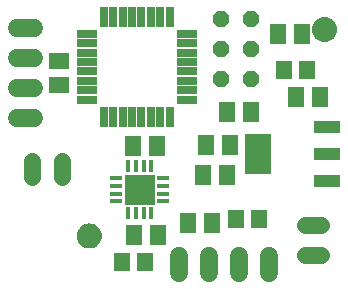
<source format=gts>
G04 EAGLE Gerber RS-274X export*
G75*
%MOMM*%
%FSLAX34Y34*%
%LPD*%
%INSoldermask Top*%
%IPPOS*%
%AMOC8*
5,1,8,0,0,1.08239X$1,22.5*%
G01*
%ADD10R,0.406400X1.066800*%
%ADD11R,1.066800X0.406400*%
%ADD12R,2.540000X2.540000*%
%ADD13R,1.701600X0.651600*%
%ADD14R,0.651600X1.701600*%
%ADD15R,1.401600X1.701600*%
%ADD16R,1.701600X1.401600*%
%ADD17C,1.422400*%
%ADD18C,1.524000*%
%ADD19R,1.401600X1.601600*%
%ADD20P,1.525737X8X292.500000*%
%ADD21R,2.251600X1.051600*%
%ADD22R,2.251600X3.351600*%

G36*
X290336Y219136D02*
X290336Y219136D01*
X290379Y219148D01*
X290445Y219155D01*
X292128Y219606D01*
X292169Y219625D01*
X292232Y219644D01*
X293812Y220381D01*
X293849Y220407D01*
X293908Y220436D01*
X295336Y221436D01*
X295367Y221468D01*
X295420Y221507D01*
X296653Y222740D01*
X296678Y222776D01*
X296724Y222824D01*
X297724Y224252D01*
X297742Y224293D01*
X297779Y224348D01*
X298516Y225928D01*
X298527Y225971D01*
X298554Y226032D01*
X299005Y227715D01*
X299007Y227747D01*
X299014Y227768D01*
X299014Y227783D01*
X299024Y227824D01*
X299176Y229561D01*
X299172Y229605D01*
X299176Y229671D01*
X299024Y231408D01*
X299012Y231451D01*
X299005Y231517D01*
X298554Y233200D01*
X298535Y233241D01*
X298516Y233304D01*
X297779Y234884D01*
X297753Y234921D01*
X297724Y234980D01*
X296724Y236408D01*
X296692Y236439D01*
X296653Y236492D01*
X295420Y237725D01*
X295384Y237750D01*
X295336Y237796D01*
X293908Y238796D01*
X293867Y238814D01*
X293812Y238851D01*
X292232Y239588D01*
X292189Y239599D01*
X292128Y239626D01*
X290445Y240077D01*
X290400Y240080D01*
X290336Y240096D01*
X288599Y240248D01*
X288555Y240244D01*
X288489Y240248D01*
X286752Y240096D01*
X286709Y240084D01*
X286643Y240077D01*
X284960Y239626D01*
X284919Y239607D01*
X284856Y239588D01*
X283276Y238851D01*
X283239Y238825D01*
X283180Y238796D01*
X281752Y237796D01*
X281721Y237764D01*
X281668Y237725D01*
X280435Y236492D01*
X280410Y236456D01*
X280364Y236408D01*
X279364Y234980D01*
X279346Y234939D01*
X279309Y234884D01*
X278572Y233304D01*
X278561Y233261D01*
X278534Y233200D01*
X278083Y231517D01*
X278080Y231472D01*
X278064Y231408D01*
X277912Y229671D01*
X277916Y229627D01*
X277912Y229561D01*
X278064Y227824D01*
X278076Y227781D01*
X278080Y227747D01*
X278080Y227731D01*
X278082Y227726D01*
X278083Y227715D01*
X278534Y226032D01*
X278553Y225991D01*
X278572Y225928D01*
X279309Y224348D01*
X279335Y224311D01*
X279364Y224252D01*
X280364Y222824D01*
X280396Y222793D01*
X280435Y222740D01*
X281668Y221507D01*
X281704Y221482D01*
X281752Y221436D01*
X283180Y220436D01*
X283221Y220418D01*
X283276Y220381D01*
X284856Y219644D01*
X284899Y219633D01*
X284960Y219606D01*
X286643Y219155D01*
X286688Y219152D01*
X286752Y219136D01*
X288489Y218984D01*
X288533Y218988D01*
X288599Y218984D01*
X290336Y219136D01*
G37*
G36*
X91200Y44384D02*
X91200Y44384D01*
X91243Y44396D01*
X91309Y44403D01*
X92992Y44854D01*
X93033Y44873D01*
X93096Y44892D01*
X94676Y45629D01*
X94713Y45655D01*
X94772Y45684D01*
X96200Y46684D01*
X96231Y46716D01*
X96284Y46755D01*
X97517Y47988D01*
X97542Y48024D01*
X97588Y48072D01*
X98588Y49500D01*
X98606Y49541D01*
X98643Y49596D01*
X99380Y51176D01*
X99391Y51219D01*
X99418Y51280D01*
X99869Y52963D01*
X99871Y52995D01*
X99878Y53016D01*
X99878Y53031D01*
X99888Y53072D01*
X100040Y54809D01*
X100036Y54853D01*
X100040Y54919D01*
X99888Y56656D01*
X99876Y56699D01*
X99869Y56765D01*
X99418Y58448D01*
X99399Y58489D01*
X99380Y58552D01*
X98643Y60132D01*
X98617Y60169D01*
X98588Y60228D01*
X97588Y61656D01*
X97556Y61687D01*
X97517Y61740D01*
X96284Y62973D01*
X96248Y62998D01*
X96200Y63044D01*
X94772Y64044D01*
X94731Y64062D01*
X94676Y64099D01*
X93096Y64836D01*
X93053Y64847D01*
X92992Y64874D01*
X91309Y65325D01*
X91264Y65328D01*
X91200Y65344D01*
X89463Y65496D01*
X89419Y65492D01*
X89353Y65496D01*
X87616Y65344D01*
X87573Y65332D01*
X87507Y65325D01*
X85824Y64874D01*
X85783Y64855D01*
X85720Y64836D01*
X84140Y64099D01*
X84103Y64073D01*
X84044Y64044D01*
X82616Y63044D01*
X82585Y63012D01*
X82532Y62973D01*
X81299Y61740D01*
X81274Y61704D01*
X81228Y61656D01*
X80228Y60228D01*
X80210Y60187D01*
X80173Y60132D01*
X79436Y58552D01*
X79425Y58509D01*
X79398Y58448D01*
X78947Y56765D01*
X78944Y56720D01*
X78928Y56656D01*
X78776Y54919D01*
X78780Y54875D01*
X78776Y54809D01*
X78928Y53072D01*
X78940Y53029D01*
X78944Y52995D01*
X78944Y52979D01*
X78946Y52974D01*
X78947Y52963D01*
X79398Y51280D01*
X79417Y51239D01*
X79436Y51176D01*
X80173Y49596D01*
X80199Y49559D01*
X80228Y49500D01*
X81228Y48072D01*
X81260Y48041D01*
X81299Y47988D01*
X82532Y46755D01*
X82568Y46730D01*
X82616Y46684D01*
X84044Y45684D01*
X84085Y45666D01*
X84140Y45629D01*
X85720Y44892D01*
X85763Y44881D01*
X85824Y44854D01*
X87507Y44403D01*
X87552Y44400D01*
X87616Y44384D01*
X89353Y44232D01*
X89397Y44236D01*
X89463Y44232D01*
X91200Y44384D01*
G37*
D10*
X141830Y113919D03*
X135330Y113919D03*
X128830Y113919D03*
X122330Y113919D03*
D11*
X112141Y103730D03*
X112141Y97230D03*
X112141Y90730D03*
X112141Y84230D03*
D10*
X122330Y74041D03*
X128830Y74041D03*
X135330Y74041D03*
X141830Y74041D03*
D11*
X152019Y84230D03*
X152019Y90730D03*
X152019Y97230D03*
X152019Y103730D03*
D12*
X132080Y93980D03*
D13*
X87040Y226120D03*
X87040Y218120D03*
X87040Y210120D03*
X87040Y202120D03*
X87040Y194120D03*
X87040Y186120D03*
X87040Y178120D03*
X87040Y170120D03*
X172040Y170120D03*
X172040Y178120D03*
X172040Y186120D03*
X172040Y194120D03*
X172040Y202120D03*
X172040Y210120D03*
X172040Y218120D03*
X172040Y226120D03*
D14*
X101540Y155620D03*
X109540Y155620D03*
X117540Y155620D03*
X125540Y155620D03*
X133540Y155620D03*
X141540Y155620D03*
X149540Y155620D03*
X157540Y155620D03*
X157540Y240620D03*
X149540Y240620D03*
X141540Y240620D03*
X133540Y240620D03*
X125540Y240620D03*
X117540Y240620D03*
X109540Y240620D03*
X101540Y240620D03*
D15*
X185580Y106680D03*
X205580Y106680D03*
X192880Y66040D03*
X172880Y66040D03*
X147160Y55880D03*
X127160Y55880D03*
D16*
X63500Y183040D03*
X63500Y203040D03*
D15*
X269080Y226060D03*
X249080Y226060D03*
X205900Y160020D03*
X225900Y160020D03*
X264320Y172720D03*
X284320Y172720D03*
D17*
X66040Y118364D02*
X66040Y105156D01*
X40640Y105156D02*
X40640Y118364D01*
D18*
X215900Y37592D02*
X215900Y23368D01*
X241300Y23368D02*
X241300Y37592D01*
X165100Y37592D02*
X165100Y23368D01*
X190500Y23368D02*
X190500Y37592D01*
X42672Y154940D02*
X28448Y154940D01*
X28448Y180340D02*
X42672Y180340D01*
X42672Y205740D02*
X28448Y205740D01*
X28448Y231140D02*
X42672Y231140D01*
D19*
X254660Y195580D03*
X273660Y195580D03*
D20*
X226060Y213360D03*
X200660Y213360D03*
X226060Y238760D03*
X200660Y238760D03*
X200660Y187960D03*
X226060Y187960D03*
D21*
X290620Y101460D03*
X290620Y124460D03*
X290620Y147460D03*
D22*
X232620Y124460D03*
D17*
X272161Y38735D02*
X285369Y38735D01*
X285369Y64135D02*
X272161Y64135D01*
D19*
X214020Y69215D03*
X233020Y69215D03*
X117500Y32385D03*
X136500Y32385D03*
D15*
X126525Y130810D03*
X146525Y130810D03*
X188120Y132080D03*
X208120Y132080D03*
M02*

</source>
